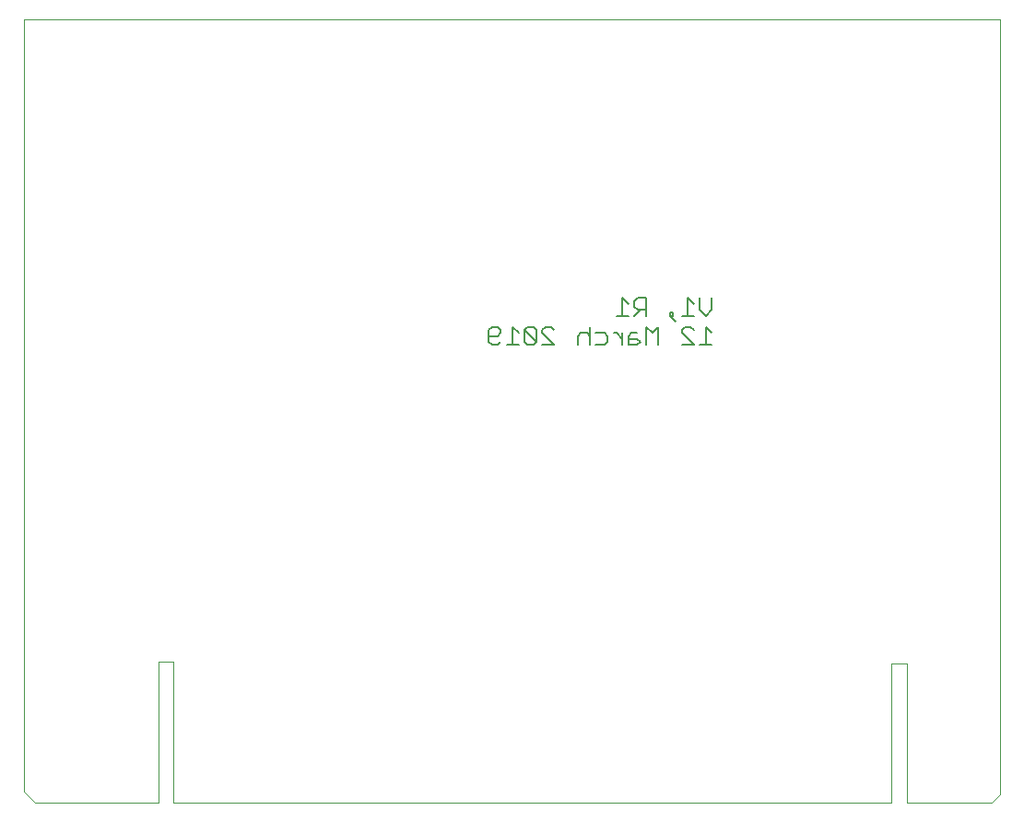
<source format=gbo>
G75*
%MOIN*%
%OFA0B0*%
%FSLAX25Y25*%
%IPPOS*%
%LPD*%
%AMOC8*
5,1,8,0,0,1.08239X$1,22.5*
%
%ADD10C,0.00000*%
%ADD11C,0.00600*%
D10*
X0026198Y0007776D02*
X0030135Y0003874D01*
X0074623Y0003874D01*
X0074623Y0054661D01*
X0080135Y0054661D01*
X0080135Y0003874D01*
X0339583Y0003874D01*
X0339583Y0054268D01*
X0345489Y0054268D01*
X0345489Y0003874D01*
X0376198Y0003874D01*
X0378954Y0006630D01*
X0378954Y0053087D01*
X0378954Y0052969D02*
X0378954Y0287067D01*
X0026198Y0287067D01*
X0026198Y0053575D01*
X0026198Y0053776D02*
X0026198Y0007776D01*
D11*
X0194175Y0170478D02*
X0195242Y0169410D01*
X0197377Y0169410D01*
X0198445Y0170478D01*
X0197377Y0172613D02*
X0194175Y0172613D01*
X0194175Y0170478D02*
X0194175Y0174748D01*
X0195242Y0175816D01*
X0197377Y0175816D01*
X0198445Y0174748D01*
X0198445Y0173681D01*
X0197377Y0172613D01*
X0200620Y0169410D02*
X0204890Y0169410D01*
X0202755Y0169410D02*
X0202755Y0175816D01*
X0204890Y0173681D01*
X0207066Y0174748D02*
X0207066Y0170478D01*
X0208133Y0169410D01*
X0210268Y0169410D01*
X0211336Y0170478D01*
X0207066Y0174748D01*
X0208133Y0175816D01*
X0210268Y0175816D01*
X0211336Y0174748D01*
X0211336Y0170478D01*
X0213511Y0169410D02*
X0217781Y0169410D01*
X0213511Y0173681D01*
X0213511Y0174748D01*
X0214579Y0175816D01*
X0216714Y0175816D01*
X0217781Y0174748D01*
X0226402Y0172613D02*
X0226402Y0169410D01*
X0226402Y0172613D02*
X0227470Y0173681D01*
X0229605Y0173681D01*
X0230672Y0172613D01*
X0232847Y0173681D02*
X0236050Y0173681D01*
X0237118Y0172613D01*
X0237118Y0170478D01*
X0236050Y0169410D01*
X0232847Y0169410D01*
X0230672Y0169410D02*
X0230672Y0175816D01*
X0239286Y0173681D02*
X0240354Y0173681D01*
X0242489Y0171545D01*
X0242489Y0169410D02*
X0242489Y0173681D01*
X0244664Y0172613D02*
X0244664Y0169410D01*
X0247867Y0169410D01*
X0248935Y0170478D01*
X0247867Y0171545D01*
X0244664Y0171545D01*
X0244664Y0172613D02*
X0245732Y0173681D01*
X0247867Y0173681D01*
X0251110Y0175816D02*
X0251110Y0169410D01*
X0255380Y0169410D02*
X0255380Y0175816D01*
X0253245Y0173681D01*
X0251110Y0175816D01*
X0251083Y0179910D02*
X0251083Y0186316D01*
X0247880Y0186316D01*
X0246813Y0185248D01*
X0246813Y0183113D01*
X0247880Y0182045D01*
X0251083Y0182045D01*
X0248948Y0182045D02*
X0246813Y0179910D01*
X0244638Y0179910D02*
X0240367Y0179910D01*
X0242502Y0179910D02*
X0242502Y0186316D01*
X0244638Y0184181D01*
X0259690Y0180978D02*
X0259690Y0179910D01*
X0260758Y0179910D01*
X0260758Y0180978D01*
X0259690Y0180978D01*
X0259690Y0179910D02*
X0261826Y0177775D01*
X0264001Y0179910D02*
X0268271Y0179910D01*
X0266136Y0179910D02*
X0266136Y0186316D01*
X0268271Y0184181D01*
X0270446Y0186316D02*
X0270446Y0182045D01*
X0272581Y0179910D01*
X0274717Y0182045D01*
X0274717Y0186316D01*
X0272581Y0175816D02*
X0272581Y0169410D01*
X0270446Y0169410D02*
X0274717Y0169410D01*
X0268271Y0169410D02*
X0264001Y0173681D01*
X0264001Y0174748D01*
X0265068Y0175816D01*
X0267203Y0175816D01*
X0268271Y0174748D01*
X0272581Y0175816D02*
X0274717Y0173681D01*
X0268271Y0169410D02*
X0264001Y0169410D01*
M02*

</source>
